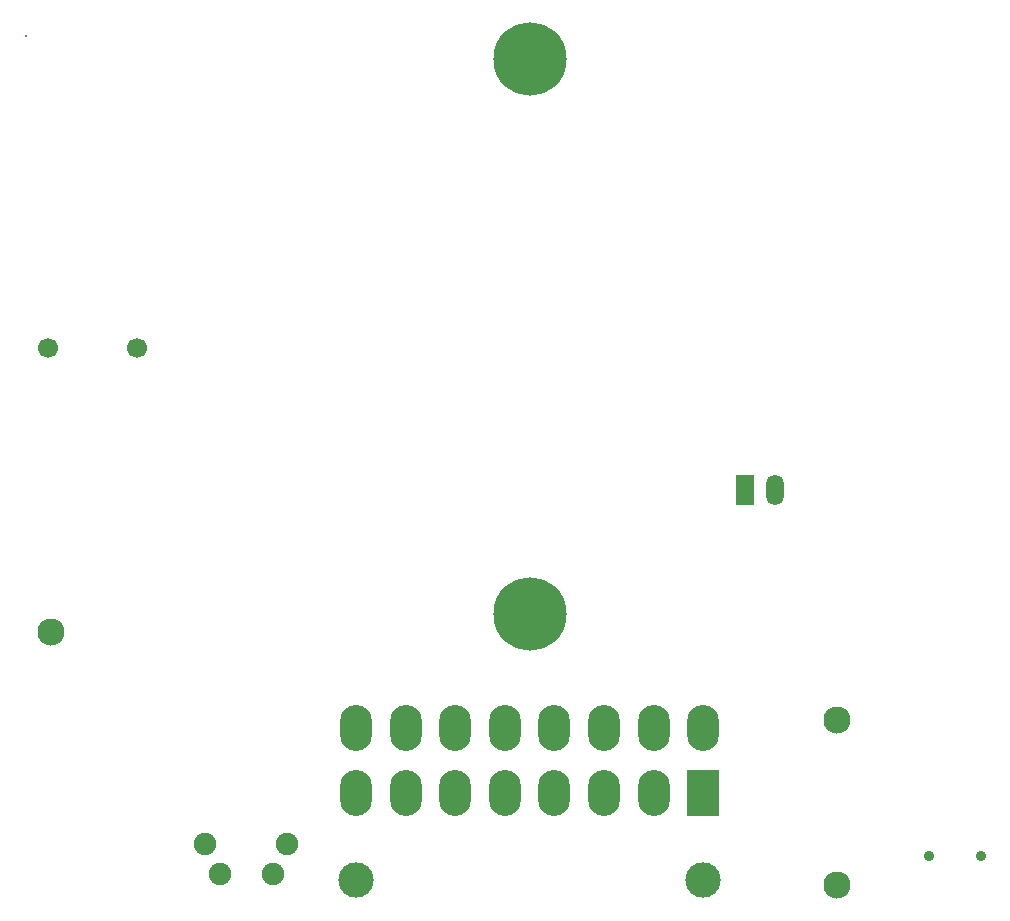
<source format=gbs>
G04*
G04 #@! TF.GenerationSoftware,Altium Limited,Altium Designer,22.10.1 (41)*
G04*
G04 Layer_Color=16711935*
%FSLAX25Y25*%
%MOIN*%
G70*
G04*
G04 #@! TF.SameCoordinates,26C55208-6D98-4306-9539-90E50C8D8735*
G04*
G04*
G04 #@! TF.FilePolarity,Negative*
G04*
G01*
G75*
%ADD80C,0.03543*%
%ADD81C,0.09055*%
%ADD82C,0.24410*%
%ADD83C,0.01181*%
%ADD84C,0.11811*%
%ADD85O,0.10630X0.15354*%
%ADD86R,0.10630X0.15354*%
%ADD87O,0.05906X0.10236*%
%ADD88R,0.05906X0.10236*%
%ADD89C,0.06693*%
%ADD90C,0.07480*%
D80*
X327559Y17717D02*
D03*
X310236D02*
D03*
D81*
X17717Y92520D02*
D03*
X279528Y62992D02*
D03*
Y7874D02*
D03*
D82*
X177165Y98425D02*
D03*
Y283465D02*
D03*
D83*
X9252Y291142D02*
D03*
D84*
X235039Y9843D02*
D03*
X119291D02*
D03*
D85*
X235039Y60236D02*
D03*
X218504D02*
D03*
X201969D02*
D03*
X185433D02*
D03*
X168898D02*
D03*
X152362D02*
D03*
X135827D02*
D03*
X119291D02*
D03*
X218504Y38583D02*
D03*
X201969D02*
D03*
X185433D02*
D03*
X168898D02*
D03*
X152362D02*
D03*
X135827D02*
D03*
X119291D02*
D03*
D86*
X235039D02*
D03*
D87*
X258937Y139764D02*
D03*
D88*
X248937D02*
D03*
D89*
X16535Y187008D02*
D03*
X46457D02*
D03*
D90*
X91535Y11811D02*
D03*
X73819D02*
D03*
X96457Y21654D02*
D03*
X68898D02*
D03*
M02*

</source>
